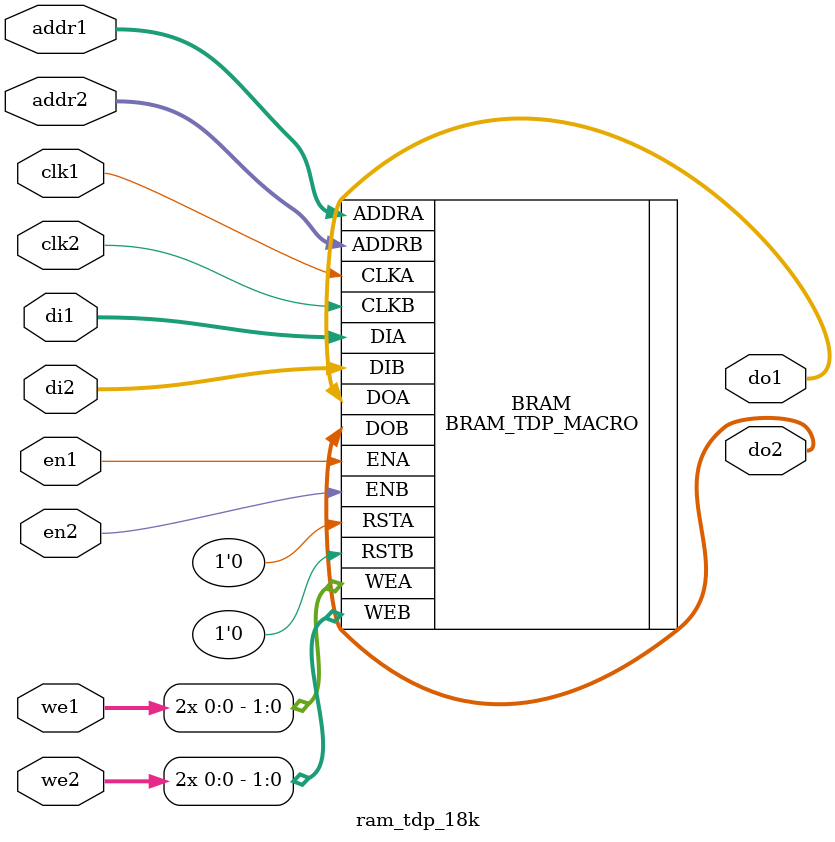
<source format=v>
`default_nettype none

module ram_tdp_18k #(
   parameter ROMFILE       = "",
   parameter ADDRESS_WIDTH = 7,
   parameter DATA_WIDTH    = 16,
   parameter ROM_SIZE      = 128
) (
   input wire                          clk1,
   input wire                          clk2,
   input wire                          en1,
   input wire                          en2,
   input wire                          we1,
   input wire                          we2,
   input wire [ADDRESS_WIDTH-1:0]      addr1,
   input wire [ADDRESS_WIDTH-1:0]      addr2,
   input wire signed [DATA_WIDTH-1:0]  di1,
   input wire signed [DATA_WIDTH-1:0]  di2,
   output wire signed [DATA_WIDTH-1:0] do1,
   output wire signed [DATA_WIDTH-1:0] do2
);

   // TODO the address and write enable widths are incorrect. See the
   // Xilinx table for how to fix.
   BRAM_TDP_MACRO #(
      .BRAM_SIZE     ("18Kb"),
      .DEVICE        ("7SERIES"),
      .DOA_REG       (0),
      .DOB_REG       (0),
      .WRITE_WIDTH_A (DATA_WIDTH),
      .WRITE_WIDTH_B (DATA_WIDTH),
      .READ_WIDTH_A  (DATA_WIDTH),
      .READ_WIDTH_B  (DATA_WIDTH),
      .INIT_FILE     (ROMFILE),
      .WRITE_MODE_A  ("NO_CHANGE"),
      .WRITE_MODE_B  ("NO_CHANGE")
   ) BRAM (
      .DOA   (do1),
      .DOB   (do2),
      .DIA   (di1),
      .DIB   (di2),
      .ADDRA (addr1),
      .ADDRB (addr2),
      .CLKA  (clk1),
      .CLKB  (clk2),
      .ENA   (en1),
      .ENB   (en2),
      .RSTA  (1'b0),
      .RSTB  (1'b0),
      .WEA   ({we1, we1}),
      .WEB   ({we2, we2})
   );

endmodule

`ifdef RAM_TDP_18K_SIMULATE
`include "BRAM_TDP_MACRO.v"
`include "RAMB18E1.v"
`include "glbl.v"
`timescale 1ns/1ps
module ram_tdp_18k_tb;

   localparam RAM_LEN       = 1024;
   localparam ADDRESS_WIDTH = $clog2(RAM_LEN);
   localparam DATA_WIDTH    = 16;

   reg clk1                      = 1'b0;
   reg clk2                      = 1'b0;

   always #5 clk1                = !clk1;
   always #1 clk2                = !clk2;

   initial begin
      $dumpfile("tb/ram_tdp_18k_tb.vcd");
      $dumpvars(0, ram_tdp_18k_tb);

      #100 rst_n = 1'b1;

      #100000 $finish;
   end

   reg en1                       = 1'b1;
   reg en2                       = 1'b1;
   reg we1                       = 1'b1;
   reg we2                       = 1'b0;
   reg [ADDRESS_WIDTH-1:0] addr1 = {ADDRESS_WIDTH{1'b0}};
   reg [ADDRESS_WIDTH-1:0] addr2 = {ADDRESS_WIDTH{1'b0}};
   wire signed [DATA_WIDTH-1:0] do1;
   wire signed [DATA_WIDTH-1:0] do2;

   reg signed [DATA_WIDTH-1:0]  di = 0;

   reg                          rst_n = 1'b0;

   always @(posedge clk1) begin
      if (!rst_n) begin
         addr1 <= 0;
         di    <= 0;
      end else begin
         addr1 <= addr1 + 1'b1;
         di    <= di + 1'b1;
      end
   end

   // reg state = 1'b0; // 0 is write state, 1 is read
   reg start_read = 1'b0;

   always @(posedge clk2) begin
      if (!rst_n) begin
         start_read <= 0;
         addr2      <= 0;
      end else begin
         if (addr2 == RAM_LEN-1) begin
            start_read <= 1'b0;
            addr2      <= 0;
         end else if (addr1 == RAM_LEN-1 || start_read) begin
            addr2 <= addr2 + 1'b1;
            start_read <= 1'b1;
         end
      end
   end

   ram_tdp_18k #(
      .ADDRESS_WIDTH (ADDRESS_WIDTH),
      .DATA_WIDTH    (DATA_WIDTH)
   ) ram (
      .clk1  (clk1),
      .clk2  (clk2),
      .en1   (en1),
      .en2   (en2),
      .we1   (we1),
      .we2   (we2),
      .addr1 (addr1),
      .addr2 (addr2),
      .do1   (do1),
      .do2   (do2),
      .di1   (di)
   );

endmodule
`endif
// Local Variables:
// flycheck-verilator-include-path:("/home/matt/.nix-profile/opt/Vivado/2017.2/data/verilog/src/unimacro/"
//                                  "/home/matt/.nix-profile/opt/Vivado/2017.2/data/verilog/src/"
//                                  "/home/matt/.nix-profile/opt/Vivado/2017.2/data/verilog/src/unisims/")
// End:

</source>
